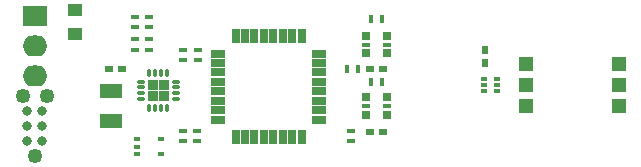
<source format=gbr>
G04 #@! TF.FileFunction,Soldermask,Top*
%FSLAX46Y46*%
G04 Gerber Fmt 4.6, Leading zero omitted, Abs format (unit mm)*
G04 Created by KiCad (PCBNEW (2016-02-16 BZR 6568, Git 6c5f954)-product) date Sun 21 Feb 2016 12:11:03 PM EST*
%MOMM*%
G01*
G04 APERTURE LIST*
%ADD10C,0.100000*%
%ADD11R,0.500800X0.310800*%
%ADD12R,0.550800X0.650800*%
%ADD13R,1.150800X1.150800*%
%ADD14R,1.300800X1.050800*%
%ADD15R,0.650800X0.550800*%
%ADD16C,0.837800*%
%ADD17C,1.250800*%
%ADD18R,0.650800X0.450800*%
%ADD19R,0.450800X0.650800*%
%ADD20O,0.350800X0.800800*%
%ADD21O,0.800800X0.350800*%
%ADD22R,0.950800X0.950800*%
%ADD23R,0.558800X0.355600*%
%ADD24R,0.650800X0.650800*%
%ADD25R,0.650800X1.250800*%
%ADD26R,1.250800X0.650800*%
%ADD27R,1.950800X1.150800*%
%ADD28R,2.082800X1.778000*%
%ADD29O,2.082800X1.778000*%
G04 APERTURE END LIST*
D10*
D11*
X137626000Y-80292000D03*
X137626000Y-80772000D03*
X137626000Y-81252000D03*
X138726000Y-81252000D03*
X138726000Y-80772000D03*
X138726000Y-80292000D03*
D12*
X137668000Y-77809000D03*
X137668000Y-78909000D03*
D13*
X141173200Y-80772000D03*
X141173200Y-78972000D03*
X141173200Y-82572000D03*
X149073200Y-82572000D03*
X149073200Y-80772000D03*
X149073200Y-78972000D03*
D14*
X102997000Y-76438000D03*
X102997000Y-74438000D03*
D15*
X106976000Y-79375000D03*
X105876000Y-79375000D03*
X127974000Y-84709000D03*
X129074000Y-84709000D03*
X127974000Y-79375000D03*
X129074000Y-79375000D03*
D16*
X100203000Y-85471000D03*
X98933000Y-85471000D03*
X100203000Y-84201000D03*
X98933000Y-84201000D03*
X100203000Y-82931000D03*
X98933000Y-82931000D03*
D17*
X99568000Y-86741000D03*
X98552000Y-81661000D03*
X100584000Y-81661000D03*
D18*
X108077000Y-75888000D03*
X108077000Y-74988000D03*
X108077000Y-76893000D03*
X108077000Y-77793000D03*
X113411000Y-77782000D03*
X113411000Y-78682000D03*
X109220000Y-74988000D03*
X109220000Y-75888000D03*
X112141000Y-77782000D03*
X112141000Y-78682000D03*
X109220000Y-77793000D03*
X109220000Y-76893000D03*
X126365000Y-84640000D03*
X126365000Y-85540000D03*
D19*
X128074000Y-80518000D03*
X128974000Y-80518000D03*
X128974000Y-75184000D03*
X128074000Y-75184000D03*
X126042000Y-79375000D03*
X126942000Y-79375000D03*
D20*
X109290000Y-82697000D03*
X109790000Y-82697000D03*
X110290000Y-82697000D03*
X110790000Y-82697000D03*
D21*
X111515000Y-81972000D03*
X111515000Y-81472000D03*
X111515000Y-80972000D03*
X111515000Y-80472000D03*
D20*
X110790000Y-79747000D03*
X110290000Y-79747000D03*
X109790000Y-79747000D03*
X109290000Y-79747000D03*
D21*
X108565000Y-80472000D03*
X108565000Y-80972000D03*
X108565000Y-81472000D03*
X108565000Y-81972000D03*
D22*
X110490000Y-80772000D03*
X109590000Y-80772000D03*
X110490000Y-81672000D03*
X109590000Y-81672000D03*
D23*
X108204000Y-85344000D03*
X108204000Y-86614000D03*
X110236000Y-85344000D03*
X108204000Y-85979000D03*
X110236000Y-86614000D03*
D24*
X127624000Y-81800000D03*
D18*
X127624000Y-82550000D03*
D24*
X127624000Y-83300000D03*
X129424000Y-83300000D03*
D18*
X129424000Y-82550000D03*
D24*
X129424000Y-81800000D03*
D25*
X116580000Y-85149000D03*
X117380000Y-85149000D03*
X118180000Y-85149000D03*
X118980000Y-85149000D03*
X119780000Y-85149000D03*
X120580000Y-85149000D03*
X121380000Y-85149000D03*
X122180000Y-85149000D03*
D26*
X123630000Y-83699000D03*
X123630000Y-82899000D03*
X123630000Y-82099000D03*
X123630000Y-81299000D03*
X123630000Y-80499000D03*
X123630000Y-79699000D03*
X123630000Y-78899000D03*
X123630000Y-78099000D03*
D25*
X122180000Y-76649000D03*
X121380000Y-76649000D03*
X120580000Y-76649000D03*
X119780000Y-76649000D03*
X118980000Y-76649000D03*
X118180000Y-76649000D03*
X117380000Y-76649000D03*
X116580000Y-76649000D03*
D26*
X115130000Y-78099000D03*
X115130000Y-78899000D03*
X115130000Y-79699000D03*
X115130000Y-80499000D03*
X115130000Y-81299000D03*
X115130000Y-82099000D03*
X115130000Y-82899000D03*
X115130000Y-83699000D03*
D24*
X127624000Y-76593000D03*
D18*
X127624000Y-77343000D03*
D24*
X127624000Y-78093000D03*
X129424000Y-78093000D03*
D18*
X129424000Y-77343000D03*
D24*
X129424000Y-76593000D03*
D27*
X106045000Y-81300000D03*
X106045000Y-83800000D03*
D18*
X112141000Y-85540000D03*
X112141000Y-84640000D03*
X113284000Y-85540000D03*
X113284000Y-84640000D03*
D28*
X99568000Y-74930000D03*
D29*
X99568000Y-77470000D03*
X99568000Y-80010000D03*
M02*

</source>
